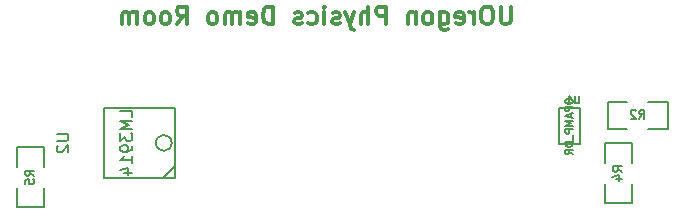
<source format=gbo>
G04 (created by PCBNEW (2013-may-18)-stable) date Wed Jun 29 16:48:40 2016*
%MOIN*%
G04 Gerber Fmt 3.4, Leading zero omitted, Abs format*
%FSLAX34Y34*%
G01*
G70*
G90*
G04 APERTURE LIST*
%ADD10C,0.00590551*%
%ADD11C,0.011811*%
%ADD12C,0.005*%
G04 APERTURE END LIST*
G54D10*
G54D11*
X28115Y-6616D02*
X28115Y-7095D01*
X28087Y-7151D01*
X28059Y-7179D01*
X28003Y-7207D01*
X27890Y-7207D01*
X27834Y-7179D01*
X27806Y-7151D01*
X27778Y-7095D01*
X27778Y-6616D01*
X27384Y-6616D02*
X27272Y-6616D01*
X27215Y-6645D01*
X27159Y-6701D01*
X27131Y-6813D01*
X27131Y-7010D01*
X27159Y-7123D01*
X27215Y-7179D01*
X27272Y-7207D01*
X27384Y-7207D01*
X27440Y-7179D01*
X27497Y-7123D01*
X27525Y-7010D01*
X27525Y-6813D01*
X27497Y-6701D01*
X27440Y-6645D01*
X27384Y-6616D01*
X26878Y-7207D02*
X26878Y-6813D01*
X26878Y-6926D02*
X26850Y-6870D01*
X26822Y-6841D01*
X26766Y-6813D01*
X26709Y-6813D01*
X26287Y-7179D02*
X26344Y-7207D01*
X26456Y-7207D01*
X26512Y-7179D01*
X26541Y-7123D01*
X26541Y-6898D01*
X26512Y-6841D01*
X26456Y-6813D01*
X26344Y-6813D01*
X26287Y-6841D01*
X26259Y-6898D01*
X26259Y-6954D01*
X26541Y-7010D01*
X25753Y-6813D02*
X25753Y-7291D01*
X25781Y-7348D01*
X25809Y-7376D01*
X25866Y-7404D01*
X25950Y-7404D01*
X26006Y-7376D01*
X25753Y-7179D02*
X25809Y-7207D01*
X25922Y-7207D01*
X25978Y-7179D01*
X26006Y-7151D01*
X26034Y-7095D01*
X26034Y-6926D01*
X26006Y-6870D01*
X25978Y-6841D01*
X25922Y-6813D01*
X25809Y-6813D01*
X25753Y-6841D01*
X25388Y-7207D02*
X25444Y-7179D01*
X25472Y-7151D01*
X25500Y-7095D01*
X25500Y-6926D01*
X25472Y-6870D01*
X25444Y-6841D01*
X25388Y-6813D01*
X25303Y-6813D01*
X25247Y-6841D01*
X25219Y-6870D01*
X25191Y-6926D01*
X25191Y-7095D01*
X25219Y-7151D01*
X25247Y-7179D01*
X25303Y-7207D01*
X25388Y-7207D01*
X24938Y-6813D02*
X24938Y-7207D01*
X24938Y-6870D02*
X24910Y-6841D01*
X24853Y-6813D01*
X24769Y-6813D01*
X24713Y-6841D01*
X24685Y-6898D01*
X24685Y-7207D01*
X23953Y-7207D02*
X23953Y-6616D01*
X23728Y-6616D01*
X23672Y-6645D01*
X23644Y-6673D01*
X23616Y-6729D01*
X23616Y-6813D01*
X23644Y-6870D01*
X23672Y-6898D01*
X23728Y-6926D01*
X23953Y-6926D01*
X23363Y-7207D02*
X23363Y-6616D01*
X23110Y-7207D02*
X23110Y-6898D01*
X23138Y-6841D01*
X23194Y-6813D01*
X23278Y-6813D01*
X23335Y-6841D01*
X23363Y-6870D01*
X22885Y-6813D02*
X22744Y-7207D01*
X22604Y-6813D02*
X22744Y-7207D01*
X22800Y-7348D01*
X22829Y-7376D01*
X22885Y-7404D01*
X22407Y-7179D02*
X22350Y-7207D01*
X22238Y-7207D01*
X22182Y-7179D01*
X22154Y-7123D01*
X22154Y-7095D01*
X22182Y-7038D01*
X22238Y-7010D01*
X22322Y-7010D01*
X22379Y-6982D01*
X22407Y-6926D01*
X22407Y-6898D01*
X22379Y-6841D01*
X22322Y-6813D01*
X22238Y-6813D01*
X22182Y-6841D01*
X21901Y-7207D02*
X21901Y-6813D01*
X21901Y-6616D02*
X21929Y-6645D01*
X21901Y-6673D01*
X21872Y-6645D01*
X21901Y-6616D01*
X21901Y-6673D01*
X21366Y-7179D02*
X21422Y-7207D01*
X21535Y-7207D01*
X21591Y-7179D01*
X21619Y-7151D01*
X21647Y-7095D01*
X21647Y-6926D01*
X21619Y-6870D01*
X21591Y-6841D01*
X21535Y-6813D01*
X21422Y-6813D01*
X21366Y-6841D01*
X21141Y-7179D02*
X21085Y-7207D01*
X20973Y-7207D01*
X20916Y-7179D01*
X20888Y-7123D01*
X20888Y-7095D01*
X20916Y-7038D01*
X20973Y-7010D01*
X21057Y-7010D01*
X21113Y-6982D01*
X21141Y-6926D01*
X21141Y-6898D01*
X21113Y-6841D01*
X21057Y-6813D01*
X20973Y-6813D01*
X20916Y-6841D01*
X20185Y-7207D02*
X20185Y-6616D01*
X20044Y-6616D01*
X19960Y-6645D01*
X19904Y-6701D01*
X19876Y-6757D01*
X19848Y-6870D01*
X19848Y-6954D01*
X19876Y-7066D01*
X19904Y-7123D01*
X19960Y-7179D01*
X20044Y-7207D01*
X20185Y-7207D01*
X19370Y-7179D02*
X19426Y-7207D01*
X19538Y-7207D01*
X19595Y-7179D01*
X19623Y-7123D01*
X19623Y-6898D01*
X19595Y-6841D01*
X19538Y-6813D01*
X19426Y-6813D01*
X19370Y-6841D01*
X19341Y-6898D01*
X19341Y-6954D01*
X19623Y-7010D01*
X19088Y-7207D02*
X19088Y-6813D01*
X19088Y-6870D02*
X19060Y-6841D01*
X19004Y-6813D01*
X18920Y-6813D01*
X18863Y-6841D01*
X18835Y-6898D01*
X18835Y-7207D01*
X18835Y-6898D02*
X18807Y-6841D01*
X18751Y-6813D01*
X18667Y-6813D01*
X18610Y-6841D01*
X18582Y-6898D01*
X18582Y-7207D01*
X18217Y-7207D02*
X18273Y-7179D01*
X18301Y-7151D01*
X18329Y-7095D01*
X18329Y-6926D01*
X18301Y-6870D01*
X18273Y-6841D01*
X18217Y-6813D01*
X18132Y-6813D01*
X18076Y-6841D01*
X18048Y-6870D01*
X18020Y-6926D01*
X18020Y-7095D01*
X18048Y-7151D01*
X18076Y-7179D01*
X18132Y-7207D01*
X18217Y-7207D01*
X16979Y-7207D02*
X17176Y-6926D01*
X17317Y-7207D02*
X17317Y-6616D01*
X17092Y-6616D01*
X17035Y-6645D01*
X17007Y-6673D01*
X16979Y-6729D01*
X16979Y-6813D01*
X17007Y-6870D01*
X17035Y-6898D01*
X17092Y-6926D01*
X17317Y-6926D01*
X16642Y-7207D02*
X16698Y-7179D01*
X16726Y-7151D01*
X16754Y-7095D01*
X16754Y-6926D01*
X16726Y-6870D01*
X16698Y-6841D01*
X16642Y-6813D01*
X16557Y-6813D01*
X16501Y-6841D01*
X16473Y-6870D01*
X16445Y-6926D01*
X16445Y-7095D01*
X16473Y-7151D01*
X16501Y-7179D01*
X16557Y-7207D01*
X16642Y-7207D01*
X16107Y-7207D02*
X16164Y-7179D01*
X16192Y-7151D01*
X16220Y-7095D01*
X16220Y-6926D01*
X16192Y-6870D01*
X16164Y-6841D01*
X16107Y-6813D01*
X16023Y-6813D01*
X15967Y-6841D01*
X15939Y-6870D01*
X15911Y-6926D01*
X15911Y-7095D01*
X15939Y-7151D01*
X15967Y-7179D01*
X16023Y-7207D01*
X16107Y-7207D01*
X15658Y-7207D02*
X15658Y-6813D01*
X15658Y-6870D02*
X15629Y-6841D01*
X15573Y-6813D01*
X15489Y-6813D01*
X15433Y-6841D01*
X15404Y-6898D01*
X15404Y-7207D01*
X15404Y-6898D02*
X15376Y-6841D01*
X15320Y-6813D01*
X15236Y-6813D01*
X15179Y-6841D01*
X15151Y-6898D01*
X15151Y-7207D01*
G54D12*
X30428Y-10010D02*
X29728Y-10010D01*
X29728Y-10010D02*
X29728Y-11210D01*
X29728Y-11210D02*
X30428Y-11210D01*
X30428Y-11210D02*
X30428Y-10010D01*
X32142Y-13165D02*
X31242Y-13165D01*
X31242Y-13165D02*
X31242Y-12515D01*
X32142Y-11815D02*
X32142Y-11165D01*
X32142Y-11165D02*
X31242Y-11165D01*
X31242Y-11165D02*
X31242Y-11815D01*
X32142Y-12515D02*
X32142Y-13165D01*
X31342Y-10686D02*
X31342Y-9786D01*
X31342Y-9786D02*
X31992Y-9786D01*
X32692Y-10686D02*
X33342Y-10686D01*
X33342Y-10686D02*
X33342Y-9786D01*
X33342Y-9786D02*
X32692Y-9786D01*
X31992Y-10686D02*
X31342Y-10686D01*
X12556Y-13303D02*
X11656Y-13303D01*
X11656Y-13303D02*
X11656Y-12653D01*
X12556Y-11953D02*
X12556Y-11303D01*
X12556Y-11303D02*
X11656Y-11303D01*
X11656Y-11303D02*
X11656Y-11953D01*
X12556Y-12653D02*
X12556Y-13303D01*
G54D10*
X16811Y-11161D02*
G75*
G03X16811Y-11161I-263J0D01*
G74*
G01*
X16528Y-12341D02*
X16928Y-11941D01*
X14568Y-12341D02*
X14568Y-9981D01*
X14568Y-9981D02*
X16928Y-9981D01*
X16928Y-9981D02*
X16928Y-12341D01*
X16928Y-12341D02*
X14568Y-12341D01*
G54D12*
X30387Y-9595D02*
X30387Y-9797D01*
X30375Y-9821D01*
X30363Y-9833D01*
X30339Y-9845D01*
X30291Y-9845D01*
X30268Y-9833D01*
X30256Y-9821D01*
X30244Y-9797D01*
X30244Y-9595D01*
X29994Y-9845D02*
X30137Y-9845D01*
X30065Y-9845D02*
X30065Y-9595D01*
X30089Y-9631D01*
X30113Y-9654D01*
X30137Y-9666D01*
X29929Y-9741D02*
X29929Y-9788D01*
X29941Y-9812D01*
X29965Y-9836D01*
X30013Y-9848D01*
X30096Y-9848D01*
X30144Y-9836D01*
X30168Y-9812D01*
X30179Y-9788D01*
X30179Y-9741D01*
X30168Y-9717D01*
X30144Y-9693D01*
X30096Y-9681D01*
X30013Y-9681D01*
X29965Y-9693D01*
X29941Y-9717D01*
X29929Y-9741D01*
X30179Y-9955D02*
X29929Y-9955D01*
X29929Y-10050D01*
X29941Y-10074D01*
X29953Y-10086D01*
X29977Y-10098D01*
X30013Y-10098D01*
X30037Y-10086D01*
X30048Y-10074D01*
X30060Y-10050D01*
X30060Y-9955D01*
X30108Y-10193D02*
X30108Y-10312D01*
X30179Y-10169D02*
X29929Y-10253D01*
X30179Y-10336D01*
X30179Y-10419D02*
X29929Y-10419D01*
X30108Y-10503D01*
X29929Y-10586D01*
X30179Y-10586D01*
X30179Y-10705D02*
X29929Y-10705D01*
X29929Y-10800D01*
X29941Y-10824D01*
X29953Y-10836D01*
X29977Y-10848D01*
X30013Y-10848D01*
X30037Y-10836D01*
X30048Y-10824D01*
X30060Y-10800D01*
X30060Y-10705D01*
X30203Y-10895D02*
X30203Y-11086D01*
X30179Y-11145D02*
X29929Y-11145D01*
X29929Y-11205D01*
X29941Y-11241D01*
X29965Y-11264D01*
X29989Y-11276D01*
X30037Y-11288D01*
X30072Y-11288D01*
X30120Y-11276D01*
X30144Y-11264D01*
X30168Y-11241D01*
X30179Y-11205D01*
X30179Y-11145D01*
X30179Y-11538D02*
X30060Y-11455D01*
X30179Y-11395D02*
X29929Y-11395D01*
X29929Y-11491D01*
X29941Y-11514D01*
X29953Y-11526D01*
X29977Y-11538D01*
X30013Y-11538D01*
X30037Y-11526D01*
X30048Y-11514D01*
X30060Y-11491D01*
X30060Y-11395D01*
X31814Y-12115D02*
X31671Y-12015D01*
X31814Y-11943D02*
X31514Y-11943D01*
X31514Y-12058D01*
X31528Y-12086D01*
X31542Y-12101D01*
X31571Y-12115D01*
X31614Y-12115D01*
X31642Y-12101D01*
X31657Y-12086D01*
X31671Y-12058D01*
X31671Y-11943D01*
X31614Y-12372D02*
X31814Y-12372D01*
X31500Y-12301D02*
X31714Y-12229D01*
X31714Y-12415D01*
X32392Y-10357D02*
X32492Y-10214D01*
X32563Y-10357D02*
X32563Y-10057D01*
X32449Y-10057D01*
X32421Y-10071D01*
X32406Y-10086D01*
X32392Y-10114D01*
X32392Y-10157D01*
X32406Y-10186D01*
X32421Y-10200D01*
X32449Y-10214D01*
X32563Y-10214D01*
X32278Y-10086D02*
X32263Y-10071D01*
X32235Y-10057D01*
X32163Y-10057D01*
X32135Y-10071D01*
X32121Y-10086D01*
X32106Y-10114D01*
X32106Y-10143D01*
X32121Y-10186D01*
X32292Y-10357D01*
X32106Y-10357D01*
X12227Y-12253D02*
X12084Y-12153D01*
X12227Y-12081D02*
X11927Y-12081D01*
X11927Y-12196D01*
X11942Y-12224D01*
X11956Y-12238D01*
X11984Y-12253D01*
X12027Y-12253D01*
X12056Y-12238D01*
X12070Y-12224D01*
X12084Y-12196D01*
X12084Y-12081D01*
X11927Y-12524D02*
X11927Y-12381D01*
X12070Y-12367D01*
X12056Y-12381D01*
X12042Y-12410D01*
X12042Y-12481D01*
X12056Y-12510D01*
X12070Y-12524D01*
X12099Y-12538D01*
X12170Y-12538D01*
X12199Y-12524D01*
X12213Y-12510D01*
X12227Y-12481D01*
X12227Y-12410D01*
X12213Y-12381D01*
X12199Y-12367D01*
G54D10*
X12973Y-10861D02*
X13292Y-10861D01*
X13329Y-10880D01*
X13348Y-10898D01*
X13367Y-10936D01*
X13367Y-11011D01*
X13348Y-11048D01*
X13329Y-11067D01*
X13292Y-11086D01*
X12973Y-11086D01*
X13011Y-11255D02*
X12992Y-11273D01*
X12973Y-11311D01*
X12973Y-11405D01*
X12992Y-11442D01*
X13011Y-11461D01*
X13048Y-11480D01*
X13086Y-11480D01*
X13142Y-11461D01*
X13367Y-11236D01*
X13367Y-11480D01*
X15497Y-10298D02*
X15497Y-10110D01*
X15103Y-10110D01*
X15497Y-10429D02*
X15103Y-10429D01*
X15384Y-10560D01*
X15103Y-10692D01*
X15497Y-10692D01*
X15103Y-10842D02*
X15103Y-11085D01*
X15253Y-10954D01*
X15253Y-11010D01*
X15272Y-11048D01*
X15291Y-11067D01*
X15328Y-11085D01*
X15422Y-11085D01*
X15459Y-11067D01*
X15478Y-11048D01*
X15497Y-11010D01*
X15497Y-10898D01*
X15478Y-10860D01*
X15459Y-10842D01*
X15497Y-11273D02*
X15497Y-11348D01*
X15478Y-11385D01*
X15459Y-11404D01*
X15403Y-11442D01*
X15328Y-11460D01*
X15178Y-11460D01*
X15141Y-11442D01*
X15122Y-11423D01*
X15103Y-11385D01*
X15103Y-11310D01*
X15122Y-11273D01*
X15141Y-11254D01*
X15178Y-11235D01*
X15272Y-11235D01*
X15309Y-11254D01*
X15328Y-11273D01*
X15347Y-11310D01*
X15347Y-11385D01*
X15328Y-11423D01*
X15309Y-11442D01*
X15272Y-11460D01*
X15497Y-11835D02*
X15497Y-11610D01*
X15497Y-11723D02*
X15103Y-11723D01*
X15159Y-11685D01*
X15197Y-11648D01*
X15216Y-11610D01*
X15234Y-12173D02*
X15497Y-12173D01*
X15084Y-12079D02*
X15366Y-11985D01*
X15366Y-12229D01*
M02*

</source>
